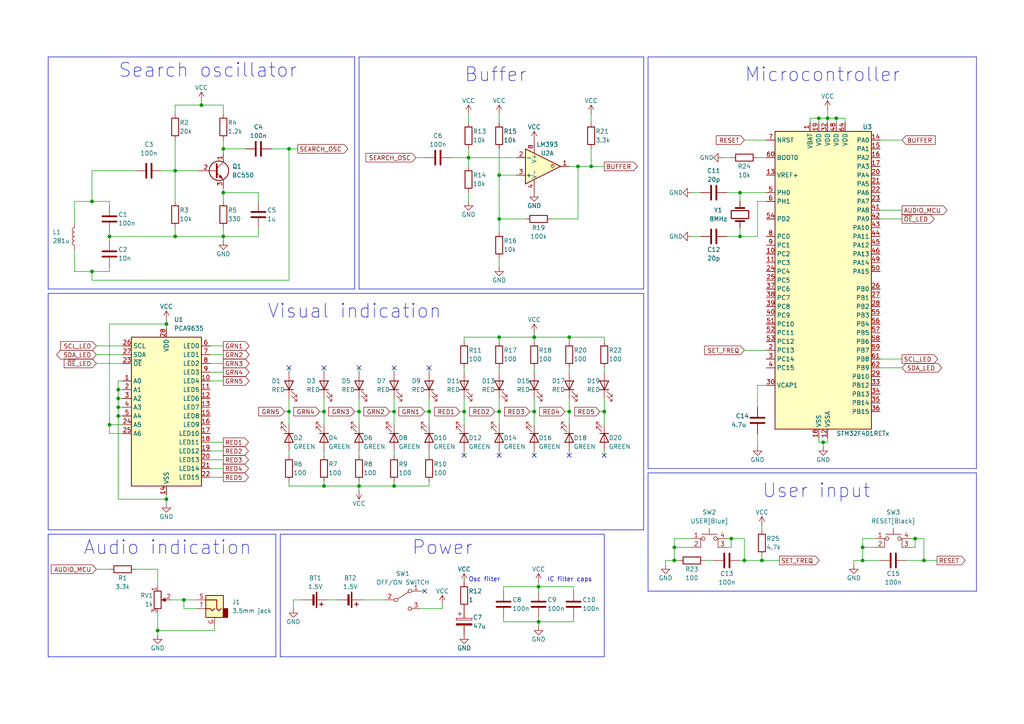
<source format=kicad_sch>
(kicad_sch (version 20230121) (generator eeschema)
  (paper "A4")
  (title_block (title "Metal detector") (date "2023-12-14") (rev "v1.0") (company "TU-Sofia"))
  (lib_symbols
    (symbol "Comparator:LM393" (pin_names (offset 0.127))
      (property "Reference" "U" (at 3.81 3.81 0))
      (property "Value" "LM393" (at 6.35 -3.81 0))
      (symbol "LM393_1_1"
        (pin open_collector line (at 7.62 0 180) (length 2.54) (name "~") (number "1"))
        (pin input line (at -7.62 -2.54 0) (length 2.54) (name "-") (number "2"))
        (pin input line (at -7.62 2.54 0) (length 2.54) (name "+") (number "3"))
      )
      (symbol "LM393_2_1"
        (pin input line (at -7.62 2.54 0) (length 2.54) (name "+") (number "5"))
        (pin input line (at -7.62 -2.54 0) (length 2.54) (name "-") (number "6"))
        (pin open_collector line (at 7.62 0 180) (length 2.54) (name "~") (number "7"))
      )
      (symbol "LM393_3_1"
        (pin power_in line (at -2.54 -7.62 90) (length 3.81) (name "V-") (number "4"))
        (pin power_in line (at -2.54 7.62 270) (length 3.81) (name "V+") (number "8"))
      )
    )
    (symbol "Connector_Audio:AudioJack2_Ground"
      (property "Reference" "J" (at 0 8.89 0))
      (property "Value" "AudioJack2_Ground" (at 0 6.35 0))
      (symbol "AudioJack2_Ground_1_1"
        (pin passive line (at 0 -5.08 90) (length 2.54) (name "~") (number "G"))
        (pin passive line (at 5.08 2.54 180) (length 2.54) (name "~") (number "S"))
        (pin passive line (at 5.08 0 180) (length 2.54) (name "~") (number "T"))
      )
    )
    (symbol "Device:Battery_Cell" (pin_numbers hide) (pin_names (offset 0) hide)
      (property "Reference" "BT" (at 2.54 2.54 0))
      (property "Value" "Battery_Cell" (at 2.54 0 0))
      (symbol "Battery_Cell_1_1"
        (pin passive line (at 0 5.08 270) (length 2.54) (name "+") (number "1"))
        (pin passive line (at 0 -2.54 90) (length 2.54) (name "-") (number "2"))
      )
    )
    (symbol "Device:C" (pin_numbers hide) (pin_names (offset 0.254))
      (property "Reference" "C" (at 0.635 2.54 0))
      (property "Value" "C" (at 0.635 -2.54 0))
      (symbol "C_1_1"
        (pin passive line (at 0 3.81 270) (length 2.794) (name "~") (number "1"))
        (pin passive line (at 0 -3.81 90) (length 2.794) (name "~") (number "2"))
      )
    )
    (symbol "Device:C_Polarized" (pin_numbers hide) (pin_names (offset 0.254))
      (property "Reference" "C" (at 0.635 2.54 0))
      (property "Value" "C_Polarized" (at 0.635 -2.54 0))
      (symbol "C_Polarized_1_1"
        (pin passive line (at 0 3.81 270) (length 2.794) (name "~") (number "1"))
        (pin passive line (at 0 -3.81 90) (length 2.794) (name "~") (number "2"))
      )
    )
    (symbol "Device:Crystal" (pin_numbers hide) (pin_names (offset 1.016) hide)
      (property "Reference" "Y" (at 0 3.81 0))
      (property "Value" "Crystal" (at 0 -3.81 0))
      (symbol "Crystal_1_1"
        (pin passive line (at -3.81 0 0) (length 1.27) (name "1") (number "1"))
        (pin passive line (at 3.81 0 180) (length 1.27) (name "2") (number "2"))
      )
    )
    (symbol "Device:L" (pin_numbers hide) (pin_names (offset 1.016) hide)
      (property "Reference" "L" (at -1.27 0 90))
      (property "Value" "L" (at 1.905 0 90))
      (symbol "L_1_1"
        (pin passive line (at 0 3.81 270) (length 1.27) (name "1") (number "1"))
        (pin passive line (at 0 -3.81 90) (length 1.27) (name "2") (number "2"))
      )
    )
    (symbol "Device:LED" (pin_numbers hide) (pin_names (offset 1.016) hide)
      (property "Reference" "D" (at 0 2.54 0))
      (property "Value" "LED" (at 0 -2.54 0))
      (symbol "LED_1_1"
        (pin passive line (at -3.81 0 0) (length 2.54) (name "K") (number "1"))
        (pin passive line (at 3.81 0 180) (length 2.54) (name "A") (number "2"))
      )
    )
    (symbol "Device:R" (pin_numbers hide) (pin_names (offset 0))
      (property "Reference" "R" (at 2.032 0 90))
      (property "Value" "R" (at 0 0 90))
      (symbol "R_1_1"
        (pin passive line (at 0 3.81 270) (length 1.27) (name "~") (number "1"))
        (pin passive line (at 0 -3.81 90) (length 1.27) (name "~") (number "2"))
      )
    )
    (symbol "Device:R_Potentiometer" (pin_names (offset 1.016) hide)
      (property "Reference" "RV" (at -4.445 0 90))
      (property "Value" "R_Potentiometer" (at -2.54 0 90))
      (symbol "R_Potentiometer_1_1"
        (pin passive line (at 0 3.81 270) (length 1.27) (name "1") (number "1"))
        (pin passive line (at 3.81 0 180) (length 1.27) (name "2") (number "2"))
        (pin passive line (at 0 -3.81 90) (length 1.27) (name "3") (number "3"))
      )
    )
    (symbol "Driver_LED:PCA9635"
      (property "Reference" "U" (at -10.16 24.13 0))
      (property "Value" "PCA9635" (at 2.54 -21.59 0))
      (symbol "PCA9635_1_1"
        (pin input line (at -12.7 10.16 0) (length 2.54) (name "A0") (number "1"))
        (pin output line (at 12.7 10.16 180) (length 2.54) (name "LED4") (number "10"))
        (pin output line (at 12.7 7.62 180) (length 2.54) (name "LED5") (number "11"))
        (pin output line (at 12.7 5.08 180) (length 2.54) (name "LED6") (number "12"))
        (pin output line (at 12.7 2.54 180) (length 2.54) (name "LED7") (number "13"))
        (pin power_in line (at 0 -22.86 90) (length 2.54) (name "VSS") (number "14"))
        (pin output line (at 12.7 0 180) (length 2.54) (name "LED8") (number "15"))
        (pin output line (at 12.7 -2.54 180) (length 2.54) (name "LED9") (number "16"))
        (pin output line (at 12.7 -5.08 180) (length 2.54) (name "LED10") (number "17"))
        (pin output line (at 12.7 -7.62 180) (length 2.54) (name "LED11") (number "18"))
        (pin output line (at 12.7 -10.16 180) (length 2.54) (name "LED12") (number "19"))
        (pin input line (at -12.7 7.62 0) (length 2.54) (name "A1") (number "2"))
        (pin output line (at 12.7 -12.7 180) (length 2.54) (name "LED13") (number "20"))
        (pin output line (at 12.7 -15.24 180) (length 2.54) (name "LED14") (number "21"))
        (pin output line (at 12.7 -17.78 180) (length 2.54) (name "LED15") (number "22"))
        (pin input line (at -12.7 15.24 0) (length 2.54) (name "~{OE}") (number "23"))
        (pin input line (at -12.7 -2.54 0) (length 2.54) (name "A5") (number "24"))
        (pin input line (at -12.7 -5.08 0) (length 2.54) (name "A6") (number "25"))
        (pin input line (at -12.7 20.32 0) (length 2.54) (name "SCL") (number "26"))
        (pin bidirectional line (at -12.7 17.78 0) (length 2.54) (name "SDA") (number "27"))
        (pin power_in line (at 0 25.4 270) (length 2.54) (name "VDD") (number "28"))
        (pin input line (at -12.7 5.08 0) (length 2.54) (name "A2") (number "3"))
        (pin input line (at -12.7 2.54 0) (length 2.54) (name "A3") (number "4"))
        (pin input line (at -12.7 0 0) (length 2.54) (name "A4") (number "5"))
        (pin output line (at 12.7 20.32 180) (length 2.54) (name "LED0") (number "6"))
        (pin output line (at 12.7 17.78 180) (length 2.54) (name "LED1") (number "7"))
        (pin output line (at 12.7 15.24 180) (length 2.54) (name "LED2") (number "8"))
        (pin output line (at 12.7 12.7 180) (length 2.54) (name "LED3") (number "9"))
      )
    )
    (symbol "MCU_ST_STM32F4:STM32F401RETx"
      (property "Reference" "U" (at -12.7 44.45 0))
      (property "Value" "STM32F401RETx" (at 10.16 44.45 0))
      (symbol "STM32F401RETx_1_1"
        (pin power_in line (at -2.54 45.72 270) (length 2.54) (name "VBAT") (number "1"))
        (pin bidirectional line (at -15.24 7.62 0) (length 2.54) (name "PC2") (number "10"))
        (pin bidirectional line (at -15.24 5.08 0) (length 2.54) (name "PC3") (number "11"))
        (pin power_in line (at 2.54 -45.72 90) (length 2.54) (name "VSSA") (number "12"))
        (pin input line (at -15.24 30.48 0) (length 2.54) (name "VREF+") (number "13"))
        (pin bidirectional line (at 17.78 40.64 180) (length 2.54) (name "PA0") (number "14"))
        (pin bidirectional line (at 17.78 38.1 180) (length 2.54) (name "PA1") (number "15"))
        (pin bidirectional line (at 17.78 35.56 180) (length 2.54) (name "PA2") (number "16"))
        (pin bidirectional line (at 17.78 33.02 180) (length 2.54) (name "PA3") (number "17"))
        (pin power_in line (at 0 -45.72 90) (length 2.54) (name "VSS") (number "18"))
        (pin power_in line (at 0 45.72 270) (length 2.54) (name "VDD") (number "19"))
        (pin bidirectional line (at -15.24 -20.32 0) (length 2.54) (name "PC13") (number "2"))
        (pin bidirectional line (at 17.78 30.48 180) (length 2.54) (name "PA4") (number "20"))
        (pin bidirectional line (at 17.78 27.94 180) (length 2.54) (name "PA5") (number "21"))
        (pin bidirectional line (at 17.78 25.4 180) (length 2.54) (name "PA6") (number "22"))
        (pin bidirectional line (at 17.78 22.86 180) (length 2.54) (name "PA7") (number "23"))
        (pin bidirectional line (at -15.24 2.54 0) (length 2.54) (name "PC4") (number "24"))
        (pin bidirectional line (at -15.24 0 0) (length 2.54) (name "PC5") (number "25"))
        (pin bidirectional line (at 17.78 -2.54 180) (length 2.54) (name "PB0") (number "26"))
        (pin bidirectional line (at 17.78 -5.08 180) (length 2.54) (name "PB1") (number "27"))
        (pin bidirectional line (at 17.78 -7.62 180) (length 2.54) (name "PB2") (number "28"))
        (pin bidirectional line (at 17.78 -27.94 180) (length 2.54) (name "PB10") (number "29"))
        (pin bidirectional line (at -15.24 -22.86 0) (length 2.54) (name "PC14") (number "3"))
        (pin power_out line (at -15.24 -30.48 0) (length 2.54) (name "VCAP1") (number "30"))
        (pin passive line (at 0 -45.72 90) (length 2.54) hide (name "VSS") (number "31"))
        (pin power_in line (at 2.54 45.72 270) (length 2.54) (name "VDD") (number "32"))
        (pin bidirectional line (at 17.78 -30.48 180) (length 2.54) (name "PB12") (number "33"))
        (pin bidirectional line (at 17.78 -33.02 180) (length 2.54) (name "PB13") (number "34"))
        (pin bidirectional line (at 17.78 -35.56 180) (length 2.54) (name "PB14") (number "35"))
        (pin bidirectional line (at 17.78 -38.1 180) (length 2.54) (name "PB15") (number "36"))
        (pin bidirectional line (at -15.24 -2.54 0) (length 2.54) (name "PC6") (number "37"))
        (pin bidirectional line (at -15.24 -5.08 0) (length 2.54) (name "PC7") (number "38"))
        (pin bidirectional line (at -15.24 -7.62 0) (length 2.54) (name "PC8") (number "39"))
        (pin bidirectional line (at -15.24 -25.4 0) (length 2.54) (name "PC15") (number "4"))
        (pin bidirectional line (at -15.24 -10.16 0) (length 2.54) (name "PC9") (number "40"))
        (pin bidirectional line (at 17.78 20.32 180) (length 2.54) (name "PA8") (number "41"))
        (pin bidirectional line (at 17.78 17.78 180) (length 2.54) (name "PA9") (number "42"))
        (pin bidirectional line (at 17.78 15.24 180) (length 2.54) (name "PA10") (number "43"))
        (pin bidirectional line (at 17.78 12.7 180) (length 2.54) (name "PA11") (number "44"))
        (pin bidirectional line (at 17.78 10.16 180) (length 2.54) (name "PA12") (number "45"))
        (pin bidirectional line (at 17.78 7.62 180) (length 2.54) (name "PA13") (number "46"))
        (pin passive line (at 0 -45.72 90) (length 2.54) hide (name "VSS") (number "47"))
        (pin power_in line (at 5.08 45.72 270) (length 2.54) (name "VDD") (number "48"))
        (pin bidirectional line (at 17.78 5.08 180) (length 2.54) (name "PA14") (number "49"))
        (pin bidirectional line (at -15.24 25.4 0) (length 2.54) (name "PH0") (number "5"))
        (pin bidirectional line (at 17.78 2.54 180) (length 2.54) (name "PA15") (number "50"))
        (pin bidirectional line (at -15.24 -12.7 0) (length 2.54) (name "PC10") (number "51"))
        (pin bidirectional line (at -15.24 -15.24 0) (length 2.54) (name "PC11") (number "52"))
        (pin bidirectional line (at -15.24 -17.78 0) (length 2.54) (name "PC12") (number "53"))
        (pin bidirectional line (at -15.24 17.78 0) (length 2.54) (name "PD2") (number "54"))
        (pin bidirectional line (at 17.78 -10.16 180) (length 2.54) (name "PB3") (number "55"))
        (pin bidirectional line (at 17.78 -12.7 180) (length 2.54) (name "PB4") (number "56"))
        (pin bidirectional line (at 17.78 -15.24 180) (length 2.54) (name "PB5") (number "57"))
        (pin bidirectional line (at 17.78 -17.78 180) (length 2.54) (name "PB6") (number "58"))
        (pin bidirectional line (at 17.78 -20.32 180) (length 2.54) (name "PB7") (number "59"))
        (pin bidirectional line (at -15.24 22.86 0) (length 2.54) (name "PH1") (number "6"))
        (pin input line (at -15.24 35.56 0) (length 2.54) (name "BOOT0") (number "60"))
        (pin bidirectional line (at 17.78 -22.86 180) (length 2.54) (name "PB8") (number "61"))
        (pin bidirectional line (at 17.78 -25.4 180) (length 2.54) (name "PB9") (number "62"))
        (pin passive line (at 0 -45.72 90) (length 2.54) hide (name "VSS") (number "63"))
        (pin power_in line (at 7.62 45.72 270) (length 2.54) (name "VDD") (number "64"))
        (pin input line (at -15.24 40.64 0) (length 2.54) (name "NRST") (number "7"))
        (pin bidirectional line (at -15.24 12.7 0) (length 2.54) (name "PC0") (number "8"))
        (pin bidirectional line (at -15.24 10.16 0) (length 2.54) (name "PC1") (number "9"))
      )
    )
    (symbol "Switch:SW_MEC_5E" (pin_names (offset 1.016) hide)
      (property "Reference" "SW" (at 0.635 5.715 0))
      (property "Value" "SW_MEC_5E" (at 0 -3.175 0))
      (symbol "SW_MEC_5E_0_1"
        (pin passive line (at -5.08 2.54 0) (length 2.54) (name "1") (number "1"))
        (pin passive line (at -5.08 0 0) (length 2.54) (name "2") (number "2"))
        (pin passive line (at 5.08 0 180) (length 2.54) (name "K") (number "3"))
        (pin passive line (at 5.08 2.54 180) (length 2.54) (name "A") (number "4"))
      )
    )
    (symbol "Switch:SW_SPDT" (pin_names (offset 0) hide)
      (property "Reference" "SW" (at 0 4.318 0))
      (property "Value" "SW_SPDT" (at 0 -5.08 0))
      (symbol "SW_SPDT_1_1"
        (pin passive line (at 5.08 2.54 180) (length 2.54) (name "A") (number "1"))
        (pin passive line (at -5.08 0 0) (length 2.54) (name "B") (number "2"))
        (pin passive line (at 5.08 -2.54 180) (length 2.54) (name "C") (number "3"))
      )
    )
    (symbol "Transistor_BJT:BC550" (pin_names (offset 0) hide)
      (property "Reference" "Q" (at 5.08 1.905 0))
      (property "Value" "BC550" (at 5.08 0 0))
      (symbol "BC550_1_1"
        (pin passive line (at 2.54 5.08 270) (length 2.54) (name "C") (number "1"))
        (pin input line (at -5.08 0 0) (length 5.08) (name "B") (number "2"))
        (pin passive line (at 2.54 -5.08 90) (length 2.54) (name "E") (number "3"))
      )
    )
    (symbol "power:GND" (power) (pin_names (offset 0))
      (property "Value" "GND" (at 0 -3.81 0))
      (symbol "GND_1_1"
        (pin power_in line (at 0 0 270) (length 0) hide (name "GND") (number "1"))
      )
    )
    (symbol "power:VCC" (power) (pin_names (offset 0))
      (property "Value" "VCC" (at 0 3.81 0))
      (symbol "VCC_1_1"
        (pin power_in line (at 0 0 90) (length 0) hide (name "VCC") (number "1"))
      )
    )
  )
  (junction (at 135.89 45.72))
  (junction (at 242.57 34.29))
  (junction (at 195.58 162.56))
  (junction (at 48.26 93.98))
  (junction (at 34.29 113.03))
  (junction (at 31.75 123.19))
  (junction (at 212.09 156.21))
  (junction (at 144.78 97.79))
  (junction (at 58.42 30.48))
  (junction (at 50.8 49.53))
  (junction (at 34.29 118.11))
  (junction (at 45.72 182.88))
  (junction (at 26.67 58.42))
  (junction (at 238.76 128.27))
  (junction (at 53.34 173.99))
  (junction (at 114.3 140.97))
  (junction (at 144.78 50.8))
  (junction (at 114.3 119.38))
  (junction (at 104.14 140.97))
  (junction (at 83.82 119.38))
  (junction (at 214.63 55.88))
  (junction (at 240.03 34.29))
  (junction (at 93.98 119.38))
  (junction (at 83.82 43.18))
  (junction (at 215.9 162.56))
  (junction (at 154.94 97.79))
  (junction (at 167.64 48.26))
  (junction (at 171.45 48.26))
  (junction (at 93.98 140.97))
  (junction (at 250.19 158.75))
  (junction (at 124.46 119.38))
  (junction (at 156.21 170.18))
  (junction (at 237.49 34.29))
  (junction (at 195.58 158.75))
  (junction (at 165.1 97.79))
  (junction (at 50.8 68.58))
  (junction (at 104.14 119.38))
  (junction (at 26.67 78.74))
  (junction (at 144.78 119.38))
  (junction (at 214.63 68.58))
  (junction (at 220.98 162.56))
  (junction (at 156.21 180.34))
  (junction (at 134.62 119.38))
  (junction (at 31.75 68.58))
  (junction (at 267.97 162.56))
  (junction (at 265.43 156.21))
  (junction (at 64.77 68.58))
  (junction (at 64.77 43.18))
  (junction (at 175.26 119.38))
  (junction (at 34.29 115.57))
  (junction (at 165.1 119.38))
  (junction (at 64.77 55.88))
  (junction (at 154.94 119.38))
  (junction (at 48.26 144.78))
  (junction (at 250.19 162.56))
  (junction (at 144.78 63.5))
  (junction (at 34.29 120.65))
  (no_connect (at 175.26 132.08))
  (no_connect (at 134.62 132.08))
  (no_connect (at 165.1 132.08))
  (no_connect (at 123.19 171.45))
  (no_connect (at 93.98 106.68))
  (no_connect (at 124.46 106.68))
  (no_connect (at 83.82 106.68))
  (no_connect (at 154.94 132.08))
  (no_connect (at 104.14 106.68))
  (no_connect (at 114.3 106.68))
  (no_connect (at 144.78 132.08))
  (wire (pts (xy 58.42 29.21) (xy 58.42 30.48)))
  (wire (pts (xy 83.82 43.18) (xy 86.36 43.18)))
  (wire (pts (xy 83.82 115.57) (xy 83.82 119.38)))
  (wire (pts (xy 124.46 132.08) (xy 124.46 130.81)))
  (wire (pts (xy 130.81 45.72) (xy 135.89 45.72)))
  (wire (pts (xy 26.67 81.28) (xy 83.82 81.28)))
  (wire (pts (xy 144.78 63.5) (xy 152.4 63.5)))
  (wire (pts (xy 45.72 165.1) (xy 39.37 165.1)))
  (wire (pts (xy 135.89 55.88) (xy 135.89 58.42)))
  (wire (pts (xy 31.75 125.73) (xy 31.75 123.19)))
  (wire (pts (xy 93.98 115.57) (xy 93.98 119.38)))
  (wire (pts (xy 267.97 162.56) (xy 271.78 162.56)))
  (wire (pts (xy 255.27 63.5) (xy 261.62 63.5)))
  (wire (pts (xy 27.94 165.1) (xy 31.75 165.1)))
  (wire (pts (xy 165.1 48.26) (xy 167.64 48.26)))
  (wire (pts (xy 171.45 48.26) (xy 175.26 48.26)))
  (wire (pts (xy 210.82 156.21) (xy 212.09 156.21)))
  (wire (pts (xy 267.97 156.21) (xy 267.97 162.56)))
  (wire (pts (xy 31.75 78.74) (xy 31.75 77.47)))
  (wire (pts (xy 153.67 119.38) (xy 154.94 119.38)))
  (wire (pts (xy 146.05 179.07) (xy 146.05 180.34)))
  (wire (pts (xy 204.47 162.56) (xy 207.01 162.56)))
  (wire (pts (xy 31.75 67.31) (xy 31.75 68.58)))
  (wire (pts (xy 175.26 106.68) (xy 175.26 107.95)))
  (wire (pts (xy 64.77 68.58) (xy 74.93 68.58)))
  (wire (pts (xy 242.57 34.29) (xy 242.57 35.56)))
  (wire (pts (xy 93.98 106.68) (xy 93.98 107.95)))
  (wire (pts (xy 171.45 33.02) (xy 171.45 35.56)))
  (wire (pts (xy 105.41 173.99) (xy 111.76 173.99)))
  (wire (pts (xy 53.34 176.53) (xy 57.15 176.53)))
  (wire (pts (xy 21.59 78.74) (xy 26.67 78.74)))
  (wire (pts (xy 144.78 119.38) (xy 144.78 123.19)))
  (wire (pts (xy 250.19 158.75) (xy 254 158.75)))
  (wire (pts (xy 124.46 139.7) (xy 124.46 140.97)))
  (wire (pts (xy 144.78 33.02) (xy 144.78 35.56)))
  (wire (pts (xy 144.78 115.57) (xy 144.78 119.38)))
  (wire (pts (xy 214.63 68.58) (xy 219.71 68.58)))
  (wire (pts (xy 193.04 162.56) (xy 195.58 162.56)))
  (wire (pts (xy 165.1 130.81) (xy 165.1 132.08)))
  (polyline (pts (xy 13.97 154.94) (xy 80.01 154.94)))
  (wire (pts (xy 146.05 180.34) (xy 156.21 180.34)))
  (polyline (pts (xy 13.97 85.09) (xy 13.97 153.67)))
  (wire (pts (xy 114.3 106.68) (xy 114.3 107.95)))
  (wire (pts (xy 78.74 43.18) (xy 83.82 43.18)))
  (wire (pts (xy 237.49 128.27) (xy 238.76 128.27)))
  (wire (pts (xy 102.87 119.38) (xy 104.14 119.38)))
  (wire (pts (xy 219.71 45.72) (xy 222.25 45.72)))
  (wire (pts (xy 114.3 115.57) (xy 114.3 119.38)))
  (wire (pts (xy 34.29 118.11) (xy 35.56 118.11)))
  (wire (pts (xy 144.78 106.68) (xy 144.78 107.95)))
  (wire (pts (xy 60.96 100.33) (xy 64.77 100.33)))
  (wire (pts (xy 64.77 55.88) (xy 74.93 55.88)))
  (wire (pts (xy 144.78 50.8) (xy 149.86 50.8)))
  (wire (pts (xy 104.14 130.81) (xy 104.14 132.08)))
  (wire (pts (xy 60.96 138.43) (xy 64.77 138.43)))
  (wire (pts (xy 58.42 30.48) (xy 64.77 30.48)))
  (wire (pts (xy 165.1 106.68) (xy 165.1 107.95)))
  (wire (pts (xy 48.26 144.78) (xy 48.26 143.51)))
  (wire (pts (xy 234.95 34.29) (xy 237.49 34.29)))
  (wire (pts (xy 214.63 55.88) (xy 222.25 55.88)))
  (wire (pts (xy 27.94 102.87) (xy 35.56 102.87)))
  (polyline (pts (xy 80.01 190.5) (xy 80.01 154.94)))
  (wire (pts (xy 220.98 161.29) (xy 220.98 162.56)))
  (wire (pts (xy 175.26 115.57) (xy 175.26 119.38)))
  (wire (pts (xy 146.05 170.18) (xy 156.21 170.18)))
  (wire (pts (xy 255.27 104.14) (xy 261.62 104.14)))
  (wire (pts (xy 154.94 97.79) (xy 144.78 97.79)))
  (wire (pts (xy 64.77 43.18) (xy 64.77 44.45)))
  (wire (pts (xy 134.62 130.81) (xy 134.62 132.08)))
  (wire (pts (xy 64.77 40.64) (xy 64.77 43.18)))
  (wire (pts (xy 31.75 68.58) (xy 31.75 69.85)))
  (polyline (pts (xy 13.97 85.09) (xy 186.69 85.09)))
  (wire (pts (xy 50.8 30.48) (xy 50.8 33.02)))
  (wire (pts (xy 27.94 100.33) (xy 35.56 100.33)))
  (wire (pts (xy 165.1 119.38) (xy 165.1 123.19)))
  (wire (pts (xy 26.67 58.42) (xy 31.75 58.42)))
  (wire (pts (xy 34.29 120.65) (xy 34.29 144.78)))
  (wire (pts (xy 124.46 106.68) (xy 124.46 107.95)))
  (wire (pts (xy 167.64 48.26) (xy 167.64 63.5)))
  (wire (pts (xy 219.71 58.42) (xy 222.25 58.42)))
  (wire (pts (xy 60.96 107.95) (xy 64.77 107.95)))
  (wire (pts (xy 64.77 30.48) (xy 64.77 33.02)))
  (wire (pts (xy 175.26 119.38) (xy 175.26 123.19)))
  (wire (pts (xy 265.43 158.75) (xy 264.16 158.75)))
  (wire (pts (xy 200.66 55.88) (xy 203.2 55.88)))
  (polyline (pts (xy 283.21 135.89) (xy 283.21 16.51)))
  (polyline (pts (xy 186.69 153.67) (xy 186.69 85.09)))
  (wire (pts (xy 220.98 152.4) (xy 220.98 153.67)))
  (polyline (pts (xy 104.14 16.51) (xy 104.14 83.82)))
  (wire (pts (xy 83.82 119.38) (xy 83.82 123.19)))
  (wire (pts (xy 93.98 119.38) (xy 93.98 123.19)))
  (polyline (pts (xy 187.96 16.51) (xy 283.21 16.51)))
  (wire (pts (xy 104.14 140.97) (xy 104.14 142.24)))
  (wire (pts (xy 83.82 81.28) (xy 83.82 43.18)))
  (wire (pts (xy 144.78 63.5) (xy 144.78 67.31)))
  (wire (pts (xy 163.83 119.38) (xy 165.1 119.38)))
  (wire (pts (xy 255.27 106.68) (xy 261.62 106.68)))
  (wire (pts (xy 195.58 158.75) (xy 195.58 162.56)))
  (wire (pts (xy 128.27 176.53) (xy 128.27 175.26)))
  (wire (pts (xy 26.67 78.74) (xy 26.67 81.28)))
  (wire (pts (xy 114.3 119.38) (xy 114.3 123.19)))
  (wire (pts (xy 165.1 97.79) (xy 154.94 97.79)))
  (wire (pts (xy 250.19 156.21) (xy 250.19 158.75)))
  (wire (pts (xy 64.77 43.18) (xy 71.12 43.18)))
  (wire (pts (xy 195.58 158.75) (xy 200.66 158.75)))
  (wire (pts (xy 173.99 119.38) (xy 175.26 119.38)))
  (wire (pts (xy 215.9 156.21) (xy 215.9 162.56)))
  (wire (pts (xy 114.3 130.81) (xy 114.3 132.08)))
  (wire (pts (xy 215.9 156.21) (xy 212.09 156.21)))
  (wire (pts (xy 265.43 156.21) (xy 265.43 158.75)))
  (wire (pts (xy 255.27 60.96) (xy 261.62 60.96)))
  (wire (pts (xy 165.1 99.06) (xy 165.1 97.79)))
  (polyline (pts (xy 13.97 83.82) (xy 102.87 83.82)))
  (wire (pts (xy 133.35 119.38) (xy 134.62 119.38)))
  (wire (pts (xy 240.03 127) (xy 240.03 128.27)))
  (polyline (pts (xy 187.96 137.16) (xy 283.21 137.16)))
  (wire (pts (xy 48.26 144.78) (xy 34.29 144.78)))
  (wire (pts (xy 31.75 93.98) (xy 48.26 93.98)))
  (wire (pts (xy 34.29 113.03) (xy 34.29 110.49)))
  (polyline (pts (xy 186.69 83.82) (xy 186.69 16.51)))
  (wire (pts (xy 166.37 179.07) (xy 166.37 180.34)))
  (wire (pts (xy 34.29 115.57) (xy 34.29 118.11)))
  (wire (pts (xy 134.62 99.06) (xy 134.62 97.79)))
  (wire (pts (xy 114.3 139.7) (xy 114.3 140.97)))
  (wire (pts (xy 175.26 130.81) (xy 175.26 132.08)))
  (wire (pts (xy 215.9 40.64) (xy 222.25 40.64)))
  (wire (pts (xy 209.55 45.72) (xy 212.09 45.72)))
  (wire (pts (xy 250.19 158.75) (xy 250.19 162.56)))
  (wire (pts (xy 212.09 156.21) (xy 212.09 158.75)))
  (wire (pts (xy 156.21 181.61) (xy 156.21 180.34)))
  (wire (pts (xy 156.21 170.18) (xy 156.21 171.45)))
  (wire (pts (xy 83.82 106.68) (xy 83.82 107.95)))
  (wire (pts (xy 21.59 72.39) (xy 21.59 78.74)))
  (wire (pts (xy 92.71 119.38) (xy 93.98 119.38)))
  (wire (pts (xy 34.29 120.65) (xy 34.29 118.11)))
  (wire (pts (xy 166.37 170.18) (xy 166.37 171.45)))
  (wire (pts (xy 48.26 93.98) (xy 48.26 95.25)))
  (wire (pts (xy 104.14 140.97) (xy 114.3 140.97)))
  (wire (pts (xy 46.99 49.53) (xy 50.8 49.53)))
  (wire (pts (xy 93.98 140.97) (xy 104.14 140.97)))
  (wire (pts (xy 254 156.21) (xy 250.19 156.21)))
  (wire (pts (xy 121.92 171.45) (xy 123.19 171.45)))
  (wire (pts (xy 64.77 54.61) (xy 64.77 55.88)))
  (wire (pts (xy 95.25 173.99) (xy 97.79 173.99)))
  (wire (pts (xy 83.82 140.97) (xy 93.98 140.97)))
  (wire (pts (xy 62.23 181.61) (xy 62.23 182.88)))
  (wire (pts (xy 242.57 34.29) (xy 245.11 34.29)))
  (wire (pts (xy 62.23 182.88) (xy 45.72 182.88)))
  (wire (pts (xy 45.72 184.15) (xy 45.72 182.88)))
  (wire (pts (xy 21.59 58.42) (xy 21.59 64.77)))
  (wire (pts (xy 156.21 179.07) (xy 156.21 180.34)))
  (wire (pts (xy 93.98 139.7) (xy 93.98 140.97)))
  (polyline (pts (xy 104.14 16.51) (xy 186.69 16.51)))
  (wire (pts (xy 212.09 158.75) (xy 210.82 158.75)))
  (wire (pts (xy 171.45 43.18) (xy 171.45 48.26)))
  (wire (pts (xy 26.67 49.53) (xy 39.37 49.53)))
  (wire (pts (xy 34.29 110.49) (xy 35.56 110.49)))
  (polyline (pts (xy 187.96 135.89) (xy 283.21 135.89)))
  (wire (pts (xy 240.03 34.29) (xy 240.03 35.56)))
  (wire (pts (xy 123.19 119.38) (xy 124.46 119.38)))
  (wire (pts (xy 74.93 55.88) (xy 74.93 58.42)))
  (wire (pts (xy 60.96 133.35) (xy 64.77 133.35)))
  (wire (pts (xy 214.63 55.88) (xy 214.63 58.42)))
  (wire (pts (xy 134.62 115.57) (xy 134.62 119.38)))
  (wire (pts (xy 165.1 115.57) (xy 165.1 119.38)))
  (polyline (pts (xy 13.97 190.5) (xy 80.01 190.5)))
  (polyline (pts (xy 81.28 190.5) (xy 175.26 190.5)))
  (wire (pts (xy 144.78 99.06) (xy 144.78 97.79)))
  (wire (pts (xy 154.94 119.38) (xy 154.94 123.19)))
  (wire (pts (xy 60.96 130.81) (xy 64.77 130.81)))
  (polyline (pts (xy 13.97 16.51) (xy 102.87 16.51)))
  (wire (pts (xy 60.96 135.89) (xy 64.77 135.89)))
  (wire (pts (xy 27.94 105.41) (xy 35.56 105.41)))
  (wire (pts (xy 93.98 130.81) (xy 93.98 132.08)))
  (wire (pts (xy 26.67 58.42) (xy 26.67 49.53)))
  (wire (pts (xy 214.63 162.56) (xy 215.9 162.56)))
  (wire (pts (xy 237.49 127) (xy 237.49 128.27)))
  (wire (pts (xy 50.8 49.53) (xy 57.15 49.53)))
  (wire (pts (xy 60.96 105.41) (xy 64.77 105.41)))
  (wire (pts (xy 49.53 173.99) (xy 53.34 173.99)))
  (wire (pts (xy 50.8 40.64) (xy 50.8 49.53)))
  (wire (pts (xy 215.9 101.6) (xy 222.25 101.6)))
  (wire (pts (xy 220.98 162.56) (xy 226.06 162.56)))
  (wire (pts (xy 255.27 40.64) (xy 261.62 40.64)))
  (wire (pts (xy 154.94 115.57) (xy 154.94 119.38)))
  (wire (pts (xy 104.14 139.7) (xy 104.14 140.97)))
  (wire (pts (xy 114.3 140.97) (xy 124.46 140.97)))
  (wire (pts (xy 60.96 110.49) (xy 64.77 110.49)))
  (wire (pts (xy 50.8 49.53) (xy 50.8 58.42)))
  (wire (pts (xy 210.82 68.58) (xy 214.63 68.58)))
  (wire (pts (xy 83.82 130.81) (xy 83.82 132.08)))
  (wire (pts (xy 87.63 173.99) (xy 85.09 173.99)))
  (wire (pts (xy 262.89 162.56) (xy 267.97 162.56)))
  (wire (pts (xy 237.49 34.29) (xy 240.03 34.29)))
  (wire (pts (xy 144.78 74.93) (xy 144.78 77.47)))
  (wire (pts (xy 193.04 162.56) (xy 193.04 163.83)))
  (wire (pts (xy 175.26 97.79) (xy 165.1 97.79)))
  (wire (pts (xy 34.29 113.03) (xy 35.56 113.03)))
  (wire (pts (xy 35.56 123.19) (xy 31.75 123.19)))
  (wire (pts (xy 124.46 115.57) (xy 124.46 119.38)))
  (wire (pts (xy 154.94 97.79) (xy 154.94 96.52)))
  (wire (pts (xy 240.03 31.75) (xy 240.03 34.29)))
  (polyline (pts (xy 13.97 16.51) (xy 13.97 83.82)))
  (wire (pts (xy 135.89 45.72) (xy 149.86 45.72)))
  (wire (pts (xy 60.96 128.27) (xy 64.77 128.27)))
  (wire (pts (xy 214.63 66.04) (xy 214.63 68.58)))
  (polyline (pts (xy 102.87 83.82) (xy 102.87 16.51)))
  (wire (pts (xy 34.29 115.57) (xy 34.29 113.03)))
  (wire (pts (xy 143.51 119.38) (xy 144.78 119.38)))
  (wire (pts (xy 53.34 173.99) (xy 57.15 173.99)))
  (wire (pts (xy 48.26 92.71) (xy 48.26 93.98)))
  (wire (pts (xy 134.62 119.38) (xy 134.62 123.19)))
  (polyline (pts (xy 187.96 171.45) (xy 283.21 171.45)))
  (wire (pts (xy 50.8 30.48) (xy 58.42 30.48)))
  (wire (pts (xy 64.77 69.85) (xy 64.77 68.58)))
  (wire (pts (xy 156.21 168.91) (xy 156.21 170.18)))
  (wire (pts (xy 219.71 111.76) (xy 222.25 111.76)))
  (wire (pts (xy 175.26 99.06) (xy 175.26 97.79)))
  (wire (pts (xy 154.94 99.06) (xy 154.94 97.79)))
  (wire (pts (xy 195.58 162.56) (xy 196.85 162.56)))
  (wire (pts (xy 219.71 125.73) (xy 219.71 129.54)))
  (wire (pts (xy 74.93 66.04) (xy 74.93 68.58)))
  (wire (pts (xy 219.71 58.42) (xy 219.71 68.58)))
  (wire (pts (xy 144.78 43.18) (xy 144.78 50.8)))
  (wire (pts (xy 240.03 34.29) (xy 242.57 34.29)))
  (wire (pts (xy 245.11 34.29) (xy 245.11 35.56)))
  (wire (pts (xy 154.94 130.81) (xy 154.94 132.08)))
  (polyline (pts (xy 187.96 137.16) (xy 187.96 171.45)))
  (wire (pts (xy 45.72 177.8) (xy 45.72 182.88)))
  (wire (pts (xy 240.03 128.27) (xy 238.76 128.27)))
  (polyline (pts (xy 104.14 83.82) (xy 186.69 83.82)))
  (wire (pts (xy 31.75 93.98) (xy 31.75 123.19)))
  (wire (pts (xy 35.56 120.65) (xy 34.29 120.65)))
  (wire (pts (xy 146.05 170.18) (xy 146.05 171.45)))
  (wire (pts (xy 113.03 119.38) (xy 114.3 119.38)))
  (wire (pts (xy 200.66 156.21) (xy 195.58 156.21)))
  (wire (pts (xy 135.89 33.02) (xy 135.89 35.56)))
  (wire (pts (xy 60.96 102.87) (xy 64.77 102.87)))
  (wire (pts (xy 134.62 107.95) (xy 134.62 106.68)))
  (wire (pts (xy 167.64 63.5) (xy 160.02 63.5)))
  (wire (pts (xy 154.94 106.68) (xy 154.94 107.95)))
  (wire (pts (xy 53.34 173.99) (xy 53.34 176.53)))
  (wire (pts (xy 104.14 106.68) (xy 104.14 107.95)))
  (wire (pts (xy 64.77 68.58) (xy 64.77 66.04)))
  (polyline (pts (xy 13.97 153.67) (xy 186.69 153.67)))
  (wire (pts (xy 215.9 162.56) (xy 220.98 162.56)))
  (polyline (pts (xy 283.21 171.45) (xy 283.21 137.16)))
  (wire (pts (xy 210.82 55.88) (xy 214.63 55.88)))
  (wire (pts (xy 121.92 176.53) (xy 128.27 176.53)))
  (wire (pts (xy 264.16 156.21) (xy 265.43 156.21)))
  (wire (pts (xy 104.14 115.57) (xy 104.14 119.38)))
  (wire (pts (xy 238.76 129.54) (xy 238.76 128.27)))
  (wire (pts (xy 234.95 35.56) (xy 234.95 34.29)))
  (polyline (pts (xy 175.26 190.5) (xy 175.26 154.94)))
  (wire (pts (xy 50.8 68.58) (xy 64.77 68.58)))
  (wire (pts (xy 50.8 66.04) (xy 50.8 68.58)))
  (wire (pts (xy 144.78 130.81) (xy 144.78 132.08)))
  (wire (pts (xy 247.65 162.56) (xy 247.65 163.83)))
  (wire (pts (xy 31.75 59.69) (xy 31.75 58.42)))
  (wire (pts (xy 31.75 68.58) (xy 50.8 68.58)))
  (polyline (pts (xy 13.97 154.94) (xy 13.97 190.5)))
  (wire (pts (xy 144.78 97.79) (xy 134.62 97.79)))
  (wire (pts (xy 83.82 139.7) (xy 83.82 140.97)))
  (polyline (pts (xy 81.28 154.94) (xy 175.26 154.94)))
  (wire (pts (xy 167.64 48.26) (xy 171.45 48.26)))
  (wire (pts (xy 48.26 144.78) (xy 48.26 146.05)))
  (wire (pts (xy 120.65 45.72) (xy 123.19 45.72)))
  (polyline (pts (xy 81.28 154.94) (xy 81.28 190.5)))
  (wire (pts (xy 35.56 125.73) (xy 31.75 125.73)))
  (wire (pts (xy 104.14 119.38) (xy 104.14 123.19)))
  (wire (pts (xy 64.77 55.88) (xy 64.77 58.42)))
  (wire (pts (xy 85.09 173.99) (xy 85.09 176.53)))
  (wire (pts (xy 83.82 119.38) (xy 82.55 119.38)))
  (wire (pts (xy 200.66 68.58) (xy 203.2 68.58)))
  (wire (pts (xy 237.49 35.56) (xy 237.49 34.29)))
  (wire (pts (xy 247.65 162.56) (xy 250.19 162.56)))
  (wire (pts (xy 156.21 180.34) (xy 166.37 180.34)))
  (wire (pts (xy 144.78 50.8) (xy 144.78 63.5)))
  (wire (pts (xy 135.89 45.72) (xy 135.89 43.18)))
  (wire (pts (xy 124.46 119.38) (xy 124.46 123.19)))
  (wire (pts (xy 45.72 170.18) (xy 45.72 165.1)))
  (wire (pts (xy 35.56 115.57) (xy 34.29 115.57)))
  (wire (pts (xy 267.97 156.21) (xy 265.43 156.21)))
  (wire (pts (xy 195.58 156.21) (xy 195.58 158.75)))
  (wire (pts (xy 26.67 58.42) (xy 21.59 58.42)))
  (wire (pts (xy 26.67 78.74) (xy 31.75 78.74)))
  (wire (pts (xy 156.21 170.18) (xy 166.37 170.18)))
  (wire (pts (xy 219.71 111.76) (xy 219.71 118.11)))
  (wire (pts (xy 250.19 162.56) (xy 255.27 162.56)))
  (polyline (pts (xy 187.96 16.51) (xy 187.96 135.89)))
  (wire (pts (xy 135.89 48.26) (xy 135.89 45.72)))
  (text "IC filter caps" (at 158.75 168.91 0) (effects (font (size 1.27 1.27)) (justify left bottom)))
  (text "Power" (at 119.38 161.29 0) (effects (font (size 4 4)) (justify left bottom)))
  (text "User input" (at 220.98 144.78 0) (effects (font (size 4 4)) (justify left bottom)))
  (text "Search oscillator" (at 34.29 22.86 0) (effects (font (size 4 4)) (justify left bottom)))
  (text "Microcontroller" (at 215.9 24.13 0) (effects (font (size 4 4)) (justify left bottom)))
  (text "Audio indication" (at 24.13 161.29 0) (effects (font (size 4 4)) (justify left bottom)))
  (text "Osc filter" (at 135.89 168.91 0) (effects (font (size 1.27 1.27)) (justify left bottom)))
  (text "Buffer" (at 134.62 24.13 0) (effects (font (size 4 4)) (justify left bottom)))
  (text "Visual indication" (at 77.47 92.71 0) (effects (font (size 4 4)) (justify left bottom)))
  (global_label "GRN1" (shape output) (at 64.77 100.33 0) (property "Intersheetrefs" "${INTERSHEET_REFS}" (effects hide)))
  (global_label "SEARCH_OSC" (shape output) (at 86.36 43.18 0) (property "Intersheetrefs" "${INTERSHEET_REFS}" (effects hide)))
  (global_label "GRN3" (shape input) (at 102.87 119.38 180) (property "Intersheetrefs" "${INTERSHEET_REFS}" (effects hide)))
  (global_label "RED5" (shape output) (at 64.77 138.43 0) (property "Intersheetrefs" "${INTERSHEET_REFS}" (effects hide)))
  (global_label "RED2" (shape output) (at 64.77 130.81 0) (property "Intersheetrefs" "${INTERSHEET_REFS}" (effects hide)))
  (global_label "AUDIO_MCU" (shape input) (at 27.94 165.1 180) (property "Intersheetrefs" "${INTERSHEET_REFS}" (effects hide)))
  (global_label "RED1" (shape input) (at 133.35 119.38 180) (property "Intersheetrefs" "${INTERSHEET_REFS}" (effects hide)))
  (global_label "RED2" (shape input) (at 143.51 119.38 180) (property "Intersheetrefs" "${INTERSHEET_REFS}" (effects hide)))
  (global_label "GRN5" (shape output) (at 64.77 110.49 0) (property "Intersheetrefs" "${INTERSHEET_REFS}" (effects hide)))
  (global_label "RED3" (shape output) (at 64.77 133.35 0) (property "Intersheetrefs" "${INTERSHEET_REFS}" (effects hide)))
  (global_label "SET_FREQ" (shape output) (at 226.06 162.56 0) (property "Intersheetrefs" "${INTERSHEET_REFS}" (effects hide)))
  (global_label "RESET" (shape input) (at 215.9 40.64 180) (property "Intersheetrefs" "${INTERSHEET_REFS}" (effects hide)))
  (global_label "SET_FREQ" (shape input) (at 215.9 101.6 180) (property "Intersheetrefs" "${INTERSHEET_REFS}" (effects hide)))
  (global_label "BUFFER" (shape output) (at 175.26 48.26 0) (property "Intersheetrefs" "${INTERSHEET_REFS}" (effects hide)))
  (global_label "GRN4" (shape input) (at 92.71 119.38 180) (property "Intersheetrefs" "${INTERSHEET_REFS}" (effects hide)))
  (global_label "~{OE}_LED" (shape input) (at 27.94 105.41 180) (property "Intersheetrefs" "${INTERSHEET_REFS}" (effects hide)))
  (global_label "GRN4" (shape output) (at 64.77 107.95 0) (property "Intersheetrefs" "${INTERSHEET_REFS}" (effects hide)))
  (global_label "RED5" (shape input) (at 173.99 119.38 180) (property "Intersheetrefs" "${INTERSHEET_REFS}" (effects hide)))
  (global_label "GRN5" (shape input) (at 82.55 119.38 180) (property "Intersheetrefs" "${INTERSHEET_REFS}" (effects hide)))
  (global_label "GRN1" (shape input) (at 123.19 119.38 180) (property "Intersheetrefs" "${INTERSHEET_REFS}" (effects hide)))
  (global_label "~{OE}_LED" (shape output) (at 261.62 63.5 0) (property "Intersheetrefs" "${INTERSHEET_REFS}" (effects hide)))
  (global_label "BUFFER" (shape input) (at 261.62 40.64 0) (property "Intersheetrefs" "${INTERSHEET_REFS}" (effects hide)))
  (global_label "GRN2" (shape input) (at 113.03 119.38 180) (property "Intersheetrefs" "${INTERSHEET_REFS}" (effects hide)))
  (global_label "SDA_LED" (shape bidirectional) (at 261.62 106.68 0) (property "Intersheetrefs" "${INTERSHEET_REFS}" (effects hide)))
  (global_label "GRN2" (shape output) (at 64.77 102.87 0) (property "Intersheetrefs" "${INTERSHEET_REFS}" (effects hide)))
  (global_label "RED3" (shape input) (at 153.67 119.38 180) (property "Intersheetrefs" "${INTERSHEET_REFS}" (effects hide)))
  (global_label "RED1" (shape output) (at 64.77 128.27 0) (property "Intersheetrefs" "${INTERSHEET_REFS}" (effects hide)))
  (global_label "SCL_LED" (shape output) (at 261.62 104.14 0) (property "Intersheetrefs" "${INTERSHEET_REFS}" (effects hide)))
  (global_label "SDA_LED" (shape bidirectional) (at 27.94 102.87 180) (property "Intersheetrefs" "${INTERSHEET_REFS}" (effects hide)))
  (global_label "SEARCH_OSC" (shape input) (at 120.65 45.72 180) (property "Intersheetrefs" "${INTERSHEET_REFS}" (effects hide)))
  (global_label "AUDIO_MCU" (shape output) (at 261.62 60.96 0) (property "Intersheetrefs" "${INTERSHEET_REFS}" (effects hide)))
  (global_label "GRN3" (shape output) (at 64.77 105.41 0) (property "Intersheetrefs" "${INTERSHEET_REFS}" (effects hide)))
  (global_label "RESET" (shape output) (at 271.78 162.56 0) (property "Intersheetrefs" "${INTERSHEET_REFS}" (effects hide)))
  (global_label "RED4" (shape output) (at 64.77 135.89 0) (property "Intersheetrefs" "${INTERSHEET_REFS}" (effects hide)))
  (global_label "SCL_LED" (shape input) (at 27.94 100.33 180) (property "Intersheetrefs" "${INTERSHEET_REFS}" (effects hide)))
  (global_label "RED4" (shape input) (at 163.83 119.38 180) (property "Intersheetrefs" "${INTERSHEET_REFS}" (effects hide)))
  (symbol (lib_id "power:VCC") (at 154.94 40.64 0) (unit 1)
    (property "Reference" "#PWR015" (effects hide))
    (property "Value" "VCC" (at 154.94 36.83 0))
  )
  (symbol (lib_id "Device:LED") (at 83.82 111.76 90) (unit 1)
    (property "Reference" "D1" (at 78.74 110.49 90) (effects (justify right)))
    (property "Value" "RED" (at 78.74 113.03 90) (effects (justify right)))
  )
  (symbol (lib_id "Comparator:LM393") (at 157.48 48.26 0) (mirror x) (unit 1)
    (property "Reference" "U2" (at 158.75 44.45 0))
    (property "Value" "LM393" (at 158.75 41.91 0))
    (property "Datasheet" "http://www.ti.com/lit/ds/symlink/lm393.pdf" (effects hide))
  )
  (symbol (lib_id "Switch:SW_MEC_5E") (at 259.08 158.75 0) (unit 1)
    (property "Reference" "SW3" (at 259.08 148.59 0))
    (property "Value" "RESET[Black]" (at 259.08 151.13 0))
    (property "Datasheet" "http://www.apem.com/int/index.php?controller=attachment&id_attachment=1371" (effects hide))
  )
  (symbol (lib_id "power:VCC") (at 104.14 142.24 180) (unit 1)
    (property "Reference" "#PWR07" (effects hide))
    (property "Value" "VCC" (at 104.14 146.05 0))
  )
  (symbol (lib_id "Device:C") (at 219.71 121.92 0) (unit 1)
    (property "Reference" "C14" (at 213.36 120.65 0) (effects (justify left)))
    (property "Value" "4.7u" (at 212.09 123.19 0) (effects (justify left)))
  )
  (symbol (lib_id "Device:LED") (at 124.46 111.76 90) (unit 1)
    (property "Reference" "D9" (at 119.38 110.49 90) (effects (justify right)))
    (property "Value" "RED" (at 119.38 113.03 90) (effects (justify right)))
  )
  (symbol (lib_id "power:VCC") (at 154.94 96.52 0) (unit 1)
    (property "Reference" "#PWR017" (effects hide))
    (property "Value" "VCC" (at 154.94 92.71 0))
  )
  (symbol (lib_id "Device:LED") (at 93.98 127 270) (unit 1)
    (property "Reference" "D4" (at 95.25 127 90) (effects (justify left)))
    (property "Value" "GREEN" (at 95.25 129.54 90) (effects (justify left)))
  )
  (symbol (lib_id "Device:C") (at 43.18 49.53 90) (unit 1)
    (property "Reference" "C3" (at 43.18 41.91 90))
    (property "Value" "100n" (at 43.18 44.45 90))
  )
  (symbol (lib_id "Device:R") (at 215.9 45.72 90) (unit 1)
    (property "Reference" "R24" (at 215.9 48.26 90))
    (property "Value" "10k" (at 215.9 50.8 90))
  )
  (symbol (lib_id "Device:C") (at 210.82 162.56 90) (unit 1)
    (property "Reference" "C13" (at 210.82 166.37 90))
    (property "Value" "100n" (at 210.82 168.91 90))
  )
  (symbol (lib_id "power:GND") (at 193.04 163.83 0) (unit 1)
    (property "Reference" "#PWR021" (effects hide))
    (property "Value" "GND" (at 193.04 167.64 0))
  )
  (symbol (lib_id "Device:R_Potentiometer") (at 45.72 173.99 0) (unit 1)
    (property "Reference" "RV1" (at 44.45 172.72 0) (effects (justify right)))
    (property "Value" "1k" (at 44.45 175.26 0) (effects (justify right)))
  )
  (symbol (lib_id "power:VCC") (at 171.45 33.02 0) (unit 1)
    (property "Reference" "#PWR020" (effects hide))
    (property "Value" "VCC" (at 171.45 29.21 0))
  )
  (symbol (lib_id "Device:L") (at 21.59 68.58 180) (unit 1)
    (property "Reference" "L1" (at 15.24 67.31 0) (effects (justify right)))
    (property "Value" "281u" (at 15.24 69.85 0) (effects (justify right)))
  )
  (symbol (lib_id "Device:C") (at 207.01 55.88 90) (unit 1)
    (property "Reference" "C11" (at 207.01 49.53 90))
    (property "Value" "20p" (at 207.01 52.07 90))
  )
  (symbol (lib_id "power:GND") (at 156.21 181.61 0) (unit 1)
    (property "Reference" "#PWR019" (effects hide))
    (property "Value" "GND" (at 156.21 185.42 0))
  )
  (symbol (lib_id "Device:R") (at 64.77 62.23 0) (unit 1)
    (property "Reference" "R5" (at 66.04 60.96 0) (effects (justify left)))
    (property "Value" "330" (at 66.04 63.5 0) (effects (justify left)))
  )
  (symbol (lib_id "Device:R") (at 200.66 162.56 90) (unit 1)
    (property "Reference" "R23" (at 200.66 165.1 90))
    (property "Value" "100" (at 200.66 167.64 90))
  )
  (symbol (lib_id "power:GND") (at 135.89 58.42 0) (unit 1)
    (property "Reference" "#PWR012" (effects hide))
    (property "Value" "GND" (at 135.89 62.23 0))
  )
  (symbol (lib_id "Device:LED") (at 144.78 127 270) (unit 1)
    (property "Reference" "D14" (at 146.05 127 90) (effects (justify left)))
    (property "Value" "GREEN" (at 146.05 129.54 90) (effects (justify left)))
  )
  (symbol (lib_id "Device:LED") (at 93.98 111.76 90) (unit 1)
    (property "Reference" "D3" (at 88.9 110.49 90) (effects (justify right)))
    (property "Value" "RED" (at 88.9 113.03 90) (effects (justify right)))
  )
  (symbol (lib_id "power:VCC") (at 240.03 31.75 0) (unit 1)
    (property "Reference" "#PWR028" (effects hide))
    (property "Value" "VCC" (at 240.03 27.94 0))
  )
  (symbol (lib_id "Device:LED") (at 104.14 127 270) (unit 1)
    (property "Reference" "D6" (at 105.41 127 90) (effects (justify left)))
    (property "Value" "GREEN" (at 105.41 129.54 90) (effects (justify left)))
  )
  (symbol (lib_id "power:VCC") (at 156.21 168.91 0) (unit 1)
    (property "Reference" "#PWR018" (effects hide))
    (property "Value" "VCC" (at 156.21 165.1 0))
  )
  (symbol (lib_id "power:VCC") (at 128.27 175.26 0) (unit 1)
    (property "Reference" "#PWR08" (effects hide))
    (property "Value" "VCC" (at 128.27 171.45 0))
  )
  (symbol (lib_id "Device:R") (at 50.8 62.23 0) (unit 1)
    (property "Reference" "R3" (at 52.07 60.96 0) (effects (justify left)))
    (property "Value" "10k" (at 52.07 63.5 0) (effects (justify left)))
  )
  (symbol (lib_id "Driver_LED:PCA9635") (at 48.26 120.65 0) (unit 1)
    (property "Reference" "U1" (at 50.4541 92.71 0) (effects (justify left)))
    (property "Value" "PCA9635" (at 50.4541 95.25 0) (effects (justify left)))
    (property "Footprint" "Package_SO:TSSOP-28_4.4x9.7mm_P0.65mm" (effects hide))
    (property "Datasheet" "https://www.nxp.com/docs/en/data-sheet/PCA9635.pdf" (effects hide))
  )
  (symbol (lib_id "Device:C") (at 207.01 68.58 90) (unit 1)
    (property "Reference" "C12" (at 207.01 72.39 90))
    (property "Value" "20p" (at 207.01 74.93 90))
  )
  (symbol (lib_id "Connector_Audio:AudioJack2_Ground") (at 62.23 176.53 0) (mirror y) (unit 1)
    (property "Reference" "J1" (at 67.31 174.625 0) (effects (justify right)))
    (property "Value" "3.5mm jack" (at 67.31 177.165 0) (effects (justify right)))
  )
  (symbol (lib_id "Device:R") (at 83.82 135.89 0) (unit 1)
    (property "Reference" "R6" (at 85.09 134.62 0) (effects (justify left)))
    (property "Value" "100" (at 85.09 137.16 0) (effects (justify left)))
  )
  (symbol (lib_id "power:GND") (at 64.77 69.85 0) (unit 1)
    (property "Reference" "#PWR05" (effects hide))
    (property "Value" "GND" (at 64.77 73.66 0))
  )
  (symbol (lib_id "Device:R") (at 144.78 39.37 0) (unit 1)
    (property "Reference" "R15" (at 146.05 38.1 0) (effects (justify left)))
    (property "Value" "10k" (at 146.05 40.64 0) (effects (justify left)))
  )
  (symbol (lib_id "power:GND") (at 200.66 55.88 270) (unit 1)
    (property "Reference" "#PWR022" (effects hide))
    (property "Value" "GND" (at 198.12 55.88 90) (effects (justify right)))
  )
  (symbol (lib_id "Comparator:LM393") (at 157.48 48.26 0) (unit 3)
    (property "Reference" "U2" (effects hide))
    (property "Value" "LM393" (effects hide))
    (property "Datasheet" "http://www.ti.com/lit/ds/symlink/lm393.pdf" (effects hide))
  )
  (symbol (lib_id "Device:R") (at 144.78 71.12 0) (unit 1)
    (property "Reference" "R16" (at 146.05 69.85 0) (effects (justify left)))
    (property "Value" "10k" (at 146.05 72.39 0) (effects (justify left)))
  )
  (symbol (lib_id "Device:R") (at 134.62 172.72 0) (unit 1)
    (property "Reference" "R12" (at 135.89 171.45 0) (effects (justify left)))
    (property "Value" "1" (at 135.89 173.99 0) (effects (justify left)))
  )
  (symbol (lib_id "Device:R") (at 104.14 135.89 0) (unit 1)
    (property "Reference" "R8" (at 105.41 134.62 0) (effects (justify left)))
    (property "Value" "100" (at 105.41 137.16 0) (effects (justify left)))
  )
  (symbol (lib_id "Device:C") (at 127 45.72 90) (unit 1)
    (property "Reference" "C6" (at 127 39.37 90))
    (property "Value" "100n" (at 127 41.91 90))
  )
  (symbol (lib_id "Device:R") (at 134.62 102.87 0) (unit 1)
    (property "Reference" "R11" (at 135.89 101.6 0) (effects (justify left)))
    (property "Value" "100" (at 135.89 104.14 0) (effects (justify left)))
  )
  (symbol (lib_id "Device:R") (at 64.77 36.83 0) (unit 1)
    (property "Reference" "R4" (at 66.04 35.56 0) (effects (justify left)))
    (property "Value" "1.2k" (at 66.04 38.1 0) (effects (justify left)))
  )
  (symbol (lib_id "Device:R") (at 135.89 39.37 0) (unit 1)
    (property "Reference" "R13" (at 137.16 38.1 0) (effects (justify left)))
    (property "Value" "10k" (at 137.16 40.64 0) (effects (justify left)))
  )
  (symbol (lib_id "power:GND") (at 48.26 146.05 0) (unit 1)
    (property "Reference" "#PWR03" (effects hide))
    (property "Value" "GND" (at 48.26 149.86 0))
  )
  (symbol (lib_id "power:VCC") (at 48.26 92.71 0) (unit 1)
    (property "Reference" "#PWR02" (effects hide))
    (property "Value" "VCC" (at 48.26 88.9 0))
  )
  (symbol (lib_id "Device:C") (at 74.93 62.23 0) (unit 1)
    (property "Reference" "C5" (at 77.47 60.96 0) (effects (justify left)))
    (property "Value" "1u" (at 77.47 63.5 0) (effects (justify left)))
  )
  (symbol (lib_id "Device:C") (at 31.75 73.66 180) (unit 1)
    (property "Reference" "C2" (at 34.29 72.39 0) (effects (justify right)))
    (property "Value" "10n" (at 34.29 74.93 0) (effects (justify right)))
  )
  (symbol (lib_id "power:GND") (at 85.09 176.53 0) (unit 1)
    (property "Reference" "#PWR06" (effects hide))
    (property "Value" "GND" (at 85.09 180.34 0))
  )
  (symbol (lib_id "Device:R") (at 114.3 135.89 0) (unit 1)
    (property "Reference" "R9" (at 115.57 134.62 0) (effects (justify left)))
    (property "Value" "100" (at 115.57 137.16 0) (effects (justify left)))
  )
  (symbol (lib_id "Device:C") (at 31.75 63.5 180) (unit 1)
    (property "Reference" "C1" (at 34.29 62.23 0) (effects (justify right)))
    (property "Value" "100n" (at 34.29 64.77 0) (effects (justify right)))
  )
  (symbol (lib_id "Device:LED") (at 114.3 111.76 90) (unit 1)
    (property "Reference" "D7" (at 109.22 110.49 90) (effects (justify right)))
    (property "Value" "RED" (at 109.22 113.03 90) (effects (justify right)))
  )
  (symbol (lib_id "Device:C") (at 259.08 162.56 90) (unit 1)
    (property "Reference" "C15" (at 259.08 166.37 90))
    (property "Value" "100n" (at 259.08 168.91 90))
  )
  (symbol (lib_id "Device:C") (at 74.93 43.18 90) (unit 1)
    (property "Reference" "C4" (at 74.93 36.83 90))
    (property "Value" "100n" (at 74.93 39.37 90))
  )
  (symbol (lib_id "Device:LED") (at 144.78 111.76 90) (unit 1)
    (property "Reference" "D13" (at 139.7 110.49 90) (effects (justify right)))
    (property "Value" "RED" (at 139.7 113.03 90) (effects (justify right)))
  )
  (symbol (lib_id "Device:R") (at 165.1 102.87 0) (unit 1)
    (property "Reference" "R20" (at 166.37 101.6 0) (effects (justify left)))
    (property "Value" "100" (at 166.37 104.14 0) (effects (justify left)))
  )
  (symbol (lib_id "Device:Crystal") (at 214.63 62.23 90) (unit 1)
    (property "Reference" "Y1" (at 207.01 60.96 90) (effects (justify right)))
    (property "Value" "8MHz" (at 205.74 63.5 90) (effects (justify right)))
  )
  (symbol (lib_id "Device:LED") (at 165.1 127 270) (unit 1)
    (property "Reference" "D18" (at 166.37 127 90) (effects (justify left)))
    (property "Value" "GREEN" (at 166.37 129.54 90) (effects (justify left)))
  )
  (symbol (lib_id "Device:LED") (at 114.3 127 270) (unit 1)
    (property "Reference" "D8" (at 115.57 127 90) (effects (justify left)))
    (property "Value" "GREEN" (at 115.57 129.54 90) (effects (justify left)))
  )
  (symbol (lib_id "Device:LED") (at 175.26 127 270) (unit 1)
    (property "Reference" "D20" (at 176.53 127 90) (effects (justify left)))
    (property "Value" "GREEN" (at 176.53 129.54 90) (effects (justify left)))
  )
  (symbol (lib_id "Switch:SW_MEC_5E") (at 205.74 158.75 0) (unit 1)
    (property "Reference" "SW2" (at 205.74 148.59 0))
    (property "Value" "USER[Blue]" (at 205.74 151.13 0))
    (property "Datasheet" "http://www.apem.com/int/index.php?controller=attachment&id_attachment=1371" (effects hide))
  )
  (symbol (lib_id "Device:R") (at 175.26 102.87 0) (unit 1)
    (property "Reference" "R22" (at 176.53 101.6 0) (effects (justify left)))
    (property "Value" "100" (at 176.53 104.14 0) (effects (justify left)))
  )
  (symbol (lib_id "power:VCC") (at 134.62 168.91 0) (unit 1)
    (property "Reference" "#PWR09" (effects hide))
    (property "Value" "VCC" (at 134.62 165.1 0))
  )
  (symbol (lib_id "Device:LED") (at 104.14 111.76 90) (unit 1)
    (property "Reference" "D5" (at 99.06 110.49 90) (effects (justify right)))
    (property "Value" "RED" (at 99.06 113.03 90) (effects (justify right)))
  )
  (symbol (lib_id "Device:R") (at 135.89 52.07 0) (unit 1)
    (property "Reference" "R14" (at 137.16 50.8 0) (effects (justify left)))
    (property "Value" "10k" (at 137.16 53.34 0) (effects (justify left)))
  )
  (symbol (lib_id "Device:LED") (at 134.62 111.76 90) (unit 1)
    (property "Reference" "D11" (at 129.54 110.49 90) (effects (justify right)))
    (property "Value" "RED" (at 129.54 113.03 90) (effects (justify right)))
  )
  (symbol (lib_id "power:VCC") (at 58.42 29.21 0) (unit 1)
    (property "Reference" "#PWR04" (effects hide))
    (property "Value" "VCC" (at 58.42 25.4 0))
  )
  (symbol (lib_id "Device:R") (at 124.46 135.89 0) (unit 1)
    (property "Reference" "R10" (at 125.73 134.62 0) (effects (justify left)))
    (property "Value" "100" (at 125.73 137.16 0) (effects (justify left)))
  )
  (symbol (lib_id "Device:Battery_Cell") (at 100.33 173.99 270) (unit 1)
    (property "Reference" "BT2" (at 101.6 167.64 90))
    (property "Value" "1.5V" (at 101.6 170.18 90))
  )
  (symbol (lib_id "Device:LED") (at 175.26 111.76 90) (unit 1)
    (property "Reference" "D19" (at 170.18 110.49 90) (effects (justify right)))
    (property "Value" "RED" (at 170.18 113.03 90) (effects (justify right)))
  )
  (symbol (lib_id "Device:Battery_Cell") (at 90.17 173.99 270) (unit 1)
    (property "Reference" "BT1" (at 91.44 167.64 90))
    (property "Value" "1.5V" (at 91.44 170.18 90))
  )
  (symbol (lib_id "Device:R") (at 144.78 102.87 0) (unit 1)
    (property "Reference" "R17" (at 146.05 101.6 0) (effects (justify left)))
    (property "Value" "100" (at 146.05 104.14 0) (effects (justify left)))
  )
  (symbol (lib_id "power:GND") (at 247.65 163.83 0) (unit 1)
    (property "Reference" "#PWR029" (effects hide))
    (property "Value" "GND" (at 247.65 167.64 0))
  )
  (symbol (lib_id "power:GND") (at 209.55 45.72 270) (unit 1)
    (property "Reference" "#PWR024" (effects hide))
    (property "Value" "GND" (at 207.01 45.72 90) (effects (justify right)))
  )
  (symbol (lib_id "MCU_ST_STM32F4:STM32F401RETx") (at 237.49 81.28 0) (unit 1)
    (property "Reference" "U3" (at 250.19 36.83 0) (effects (justify left)))
    (property "Value" "STM32F401RETx" (at 242.57 125.73 0) (effects (justify left)))
    (property "Footprint" "Package_QFP:LQFP-64_10x10mm_P0.5mm" (effects hide))
    (property "Datasheet" "https://www.st.com/resource/en/datasheet/stm32f401re.pdf" (effects hide))
  )
  (symbol (lib_id "Switch:SW_SPDT") (at 116.84 173.99 0) (unit 1)
    (property "Reference" "SW1" (at 116.84 166.37 0))
    (property "Value" "OFF/ON SWITCH" (at 116.84 168.91 0))
  )
  (symbol (lib_id "Device:LED") (at 154.94 127 270) (unit 1)
    (property "Reference" "D16" (at 156.21 127 90) (effects (justify left)))
    (property "Value" "GREEN" (at 156.21 129.54 90) (effects (justify left)))
  )
  (symbol (lib_id "power:GND") (at 154.94 55.88 0) (unit 1)
    (property "Reference" "#PWR016" (effects hide))
    (property "Value" "GND" (at 154.94 59.69 0))
  )
  (symbol (lib_id "power:GND") (at 45.72 184.15 0) (unit 1)
    (property "Reference" "#PWR01" (effects hide))
    (property "Value" "GND" (at 45.72 187.96 0))
  )
  (symbol (lib_id "Device:LED") (at 124.46 127 270) (unit 1)
    (property "Reference" "D10" (at 125.73 127 90) (effects (justify left)))
    (property "Value" "GREEN" (at 125.73 129.54 90) (effects (justify left)))
  )
  (symbol (lib_id "power:GND") (at 134.62 184.15 0) (unit 1)
    (property "Reference" "#PWR010" (effects hide))
    (property "Value" "GND" (at 134.62 187.96 0))
  )
  (symbol (lib_id "power:VCC") (at 135.89 33.02 0) (unit 1)
    (property "Reference" "#PWR011" (effects hide))
    (property "Value" "VCC" (at 135.89 29.21 0))
  )
  (symbol (lib_id "power:GND") (at 238.76 129.54 0) (unit 1)
    (property "Reference" "#PWR027" (effects hide))
    (property "Value" "GND" (at 238.76 133.35 0))
  )
  (symbol (lib_id "Device:R") (at 156.21 63.5 90) (unit 1)
    (property "Reference" "R19" (at 156.21 66.04 90))
    (property "Value" "100k" (at 156.21 68.58 90))
  )
  (symbol (lib_id "Device:R") (at 35.56 165.1 90) (unit 1)
    (property "Reference" "R1" (at 35.56 167.64 90))
    (property "Value" "3.3k" (at 35.56 170.18 90))
  )
  (symbol (lib_id "Device:R") (at 171.45 39.37 0) (unit 1)
    (property "Reference" "R21" (at 172.72 38.1 0) (effects (justify left)))
    (property "Value" "3.3k" (at 172.72 40.64 0) (effects (justify left)))
  )
  (symbol (lib_id "power:VCC") (at 220.98 152.4 0) (unit 1)
    (property "Reference" "#PWR026" (effects hide))
    (property "Value" "VCC" (at 220.98 148.59 0))
  )
  (symbol (lib_id "Device:R") (at 50.8 36.83 0) (unit 1)
    (property "Reference" "R2" (at 52.07 35.56 0) (effects (justify left)))
    (property "Value" "20k" (at 52.07 38.1 0) (effects (justify left)))
  )
  (symbol (lib_id "Device:C_Polarized") (at 134.62 180.34 0) (unit 1)
    (property "Reference" "C7" (at 137.16 179.07 0) (effects (justify left)))
    (property "Value" "47u" (at 137.16 181.61 0) (effects (justify left)))
  )
  (symbol (lib_id "power:GND") (at 219.71 129.54 0) (unit 1)
    (property "Reference" "#PWR025" (effects hide))
    (property "Value" "GND" (at 219.71 133.35 0))
  )
  (symbol (lib_id "Device:LED") (at 134.62 127 270) (unit 1)
    (property "Reference" "D12" (at 135.89 127 90) (effects (justify left)))
    (property "Value" "GREEN" (at 135.89 129.54 90) (effects (justify left)))
  )
  (symbol (lib_id "Device:C") (at 166.37 175.26 0) (unit 1)
    (property "Reference" "C10" (at 168.91 173.99 0) (effects (justify left)))
    (property "Value" "100n" (at 168.91 176.53 0) (effects (justify left)))
  )
  (symbol (lib_id "Device:C") (at 146.05 175.26 0) (unit 1)
    (property "Reference" "C8" (at 148.59 173.99 0) (effects (justify left)))
    (property "Value" "100n" (at 148.59 176.53 0) (effects (justify left)))
  )
  (symbol (lib_id "Device:C") (at 156.21 175.26 0) (unit 1)
    (property "Reference" "C9" (at 158.75 173.99 0) (effects (justify left)))
    (property "Value" "100n" (at 158.75 176.53 0) (effects (justify left)))
  )
  (symbol (lib_id "Device:R") (at 93.98 135.89 0) (unit 1)
    (property "Reference" "R7" (at 95.25 134.62 0) (effects (justify left)))
    (property "Value" "100" (at 95.25 137.16 0) (effects (justify left)))
  )
  (symbol (lib_id "Device:LED") (at 154.94 111.76 90) (unit 1)
    (property "Reference" "D15" (at 149.86 110.49 90) (effects (justify right)))
    (property "Value" "RED" (at 149.86 113.03 90) (effects (justify right)))
  )
  (symbol (lib_id "power:GND") (at 200.66 68.58 270) (unit 1)
    (property "Reference" "#PWR023" (effects hide))
    (property "Value" "GND" (at 198.12 68.58 90) (effects (justify right)))
  )
  (symbol (lib_id "Device:LED") (at 83.82 127 270) (unit 1)
    (property "Reference" "D2" (at 85.09 127 90) (effects (justify left)))
    (property "Value" "GREEN" (at 85.09 129.54 90) (effects (justify left)))
  )
  (symbol (lib_id "Device:LED") (at 165.1 111.76 90) (unit 1)
    (property "Reference" "D17" (at 160.02 110.49 90) (effects (justify right)))
    (property "Value" "RED" (at 160.02 113.03 90) (effects (justify right)))
  )
  (symbol (lib_id "Device:R") (at 154.94 102.87 0) (unit 1)
    (property "Reference" "R18" (at 156.21 101.6 0) (effects (justify left)))
    (property "Value" "100" (at 156.21 104.14 0) (effects (justify left)))
  )
  (symbol (lib_id "Transistor_BJT:BC550") (at 62.23 49.53 0) (unit 1)
    (property "Reference" "Q1" (at 67.31 48.26 0) (effects (justify left)))
    (property "Value" "BC550" (at 67.31 50.8 0) (effects (justify left)))
    (property "Footprint" "Package_TO_SOT_THT:TO-92_Inline" (effects hide))
    (property "Datasheet" "https://www.onsemi.com/pub/Collateral/BC550-D.pdf" (effects hide))
  )
  (symbol (lib_id "Device:R") (at 220.98 157.48 0) (unit 1)
    (property "Reference" "R25" (at 222.25 156.21 0) (effects (justify left)))
    (property "Value" "4.7k" (at 222.25 158.75 0) (effects (justify left)))
  )
  (symbol (lib_id "power:VCC") (at 144.78 33.02 0) (unit 1)
    (property "Reference" "#PWR013" (effects hide))
    (property "Value" "VCC" (at 144.78 29.21 0))
  )
  (symbol (lib_id "power:GND") (at 144.78 77.47 0) (unit 1)
    (property "Reference" "#PWR014" (effects hide))
    (property "Value" "GND" (at 144.78 81.28 0))
  )
)
</source>
